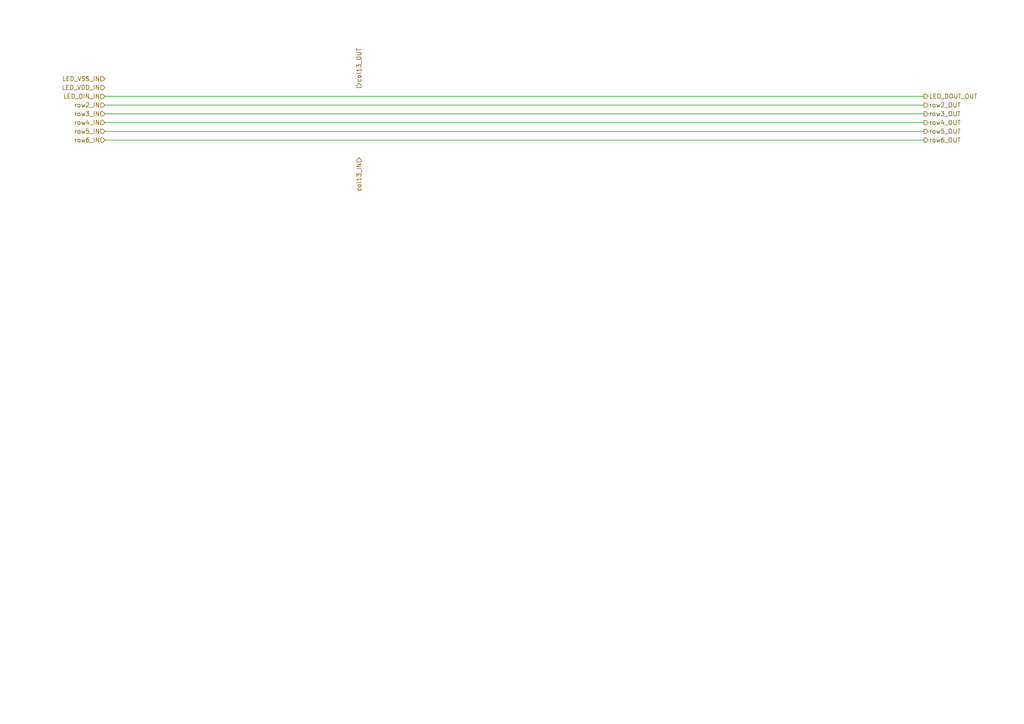
<source format=kicad_sch>
(kicad_sch
	(version 20250114)
	(generator "eeschema")
	(generator_version "9.0")
	(uuid "e0670239-0d08-4883-b1dc-6eda1deee072")
	(paper "A4")
	(title_block
		(rev "1 - do not edit connector pin layout.")
		(company "Henry's Software House")
	)
	(lib_symbols)
	(wire
		(pts
			(xy 30.48 27.94) (xy 267.97 27.94)
		)
		(stroke
			(width 0)
			(type default)
		)
		(uuid "04072af1-3dd3-4edc-b9f0-cb3909fad373")
	)
	(wire
		(pts
			(xy 267.97 40.64) (xy 30.48 40.64)
		)
		(stroke
			(width 0)
			(type default)
		)
		(uuid "47c54a67-c2d9-4847-b688-93a2a5ba0010")
	)
	(wire
		(pts
			(xy 30.48 33.02) (xy 267.97 33.02)
		)
		(stroke
			(width 0)
			(type default)
		)
		(uuid "7e9c55b9-0f16-4444-a164-0e4c86ad60a9")
	)
	(wire
		(pts
			(xy 30.48 35.56) (xy 267.97 35.56)
		)
		(stroke
			(width 0)
			(type default)
		)
		(uuid "a821e69f-ddf5-454f-979b-13efab79d694")
	)
	(wire
		(pts
			(xy 30.48 38.1) (xy 267.97 38.1)
		)
		(stroke
			(width 0)
			(type default)
		)
		(uuid "cdf7c6b1-0e92-4a6b-9920-b0789ad8656b")
	)
	(wire
		(pts
			(xy 30.48 30.48) (xy 267.97 30.48)
		)
		(stroke
			(width 0)
			(type default)
		)
		(uuid "e3127775-5dca-41fe-9b74-ff5a7b9e305f")
	)
	(hierarchical_label "row6_IN"
		(shape input)
		(at 30.48 40.64 180)
		(effects
			(font
				(size 1.27 1.27)
			)
			(justify right)
		)
		(uuid "12631606-4134-44b8-8ba8-e2d13a29e012")
	)
	(hierarchical_label "row5_OUT"
		(shape output)
		(at 267.97 38.1 0)
		(effects
			(font
				(size 1.27 1.27)
			)
			(justify left)
		)
		(uuid "648048f6-1800-4b72-bd0a-452e3631dcd2")
	)
	(hierarchical_label "row4_OUT"
		(shape output)
		(at 267.97 35.56 0)
		(effects
			(font
				(size 1.27 1.27)
			)
			(justify left)
		)
		(uuid "651276ef-0e92-4465-95e7-c972a115ff22")
	)
	(hierarchical_label "LED_VSS_IN"
		(shape input)
		(at 30.48 22.86 180)
		(effects
			(font
				(size 1.27 1.27)
			)
			(justify right)
		)
		(uuid "6bc0674a-3f18-494e-b5e7-41bfe3414e6b")
	)
	(hierarchical_label "row2_IN"
		(shape input)
		(at 30.48 30.48 180)
		(effects
			(font
				(size 1.27 1.27)
			)
			(justify right)
		)
		(uuid "6e8fe488-6a57-4304-8344-a38e4c2db929")
	)
	(hierarchical_label "LED_VDD_IN"
		(shape input)
		(at 30.48 25.4 180)
		(effects
			(font
				(size 1.27 1.27)
			)
			(justify right)
		)
		(uuid "8bfd0071-10d8-48fd-aa86-19e59b1d2f12")
	)
	(hierarchical_label "LED_DIN_IN"
		(shape input)
		(at 30.48 27.94 180)
		(effects
			(font
				(size 1.27 1.27)
			)
			(justify right)
		)
		(uuid "8fd6f188-c752-44f1-9965-f731d4cb4d41")
	)
	(hierarchical_label "LED_DOUT_OUT"
		(shape output)
		(at 267.97 27.94 0)
		(effects
			(font
				(size 1.27 1.27)
			)
			(justify left)
		)
		(uuid "9d99905c-1779-449b-be06-f030f2ff2870")
	)
	(hierarchical_label "col13_IN"
		(shape input)
		(at 104.14 45.72 270)
		(effects
			(font
				(size 1.27 1.27)
			)
			(justify right)
		)
		(uuid "af08c6b9-efd4-427d-88ca-951f86453c18")
	)
	(hierarchical_label "row6_OUT"
		(shape output)
		(at 267.97 40.64 0)
		(effects
			(font
				(size 1.27 1.27)
			)
			(justify left)
		)
		(uuid "b68299a7-0c41-4996-ab2b-4296b2ed7a5c")
	)
	(hierarchical_label "row5_IN"
		(shape input)
		(at 30.48 38.1 180)
		(effects
			(font
				(size 1.27 1.27)
			)
			(justify right)
		)
		(uuid "bc521202-636b-48e0-80ea-6f3b032ded05")
	)
	(hierarchical_label "row3_OUT"
		(shape output)
		(at 267.97 33.02 0)
		(effects
			(font
				(size 1.27 1.27)
			)
			(justify left)
		)
		(uuid "cee58c54-d567-4230-ba62-002a11b36cf6")
	)
	(hierarchical_label "row4_IN"
		(shape input)
		(at 30.48 35.56 180)
		(effects
			(font
				(size 1.27 1.27)
			)
			(justify right)
		)
		(uuid "df27d975-2d64-436b-bbc5-602c8ad66fa4")
	)
	(hierarchical_label "col13_OUT"
		(shape output)
		(at 104.14 25.4 90)
		(effects
			(font
				(size 1.27 1.27)
			)
			(justify left)
		)
		(uuid "e3f852f1-08fe-4b9b-a504-de740a100ecf")
	)
	(hierarchical_label "row3_IN"
		(shape input)
		(at 30.48 33.02 180)
		(effects
			(font
				(size 1.27 1.27)
			)
			(justify right)
		)
		(uuid "e6c2ebbd-fe47-4aac-ae14-09f80ccf1ea4")
	)
	(hierarchical_label "row2_OUT"
		(shape output)
		(at 267.97 30.48 0)
		(effects
			(font
				(size 1.27 1.27)
			)
			(justify left)
		)
		(uuid "f16848e8-5a2a-4cd5-96bd-7feb8bcafc03")
	)
)

</source>
